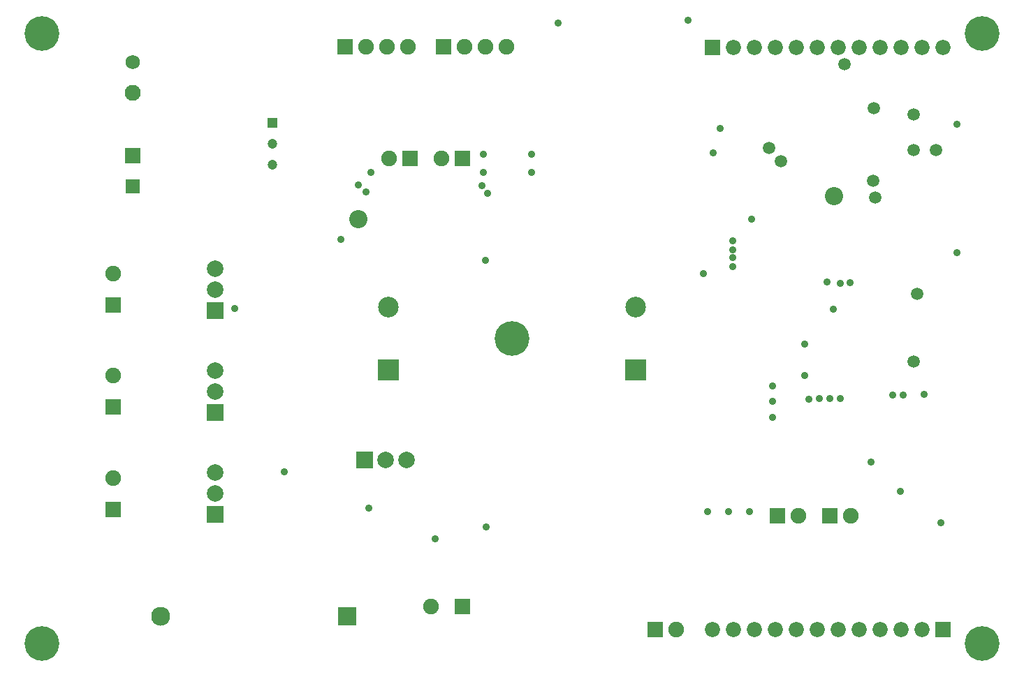
<source format=gbs>
G04*
G04 #@! TF.GenerationSoftware,Altium Limited,Altium Designer,22.7.1 (60)*
G04*
G04 Layer_Color=16711935*
%FSLAX44Y44*%
%MOMM*%
G71*
G04*
G04 #@! TF.SameCoordinates,85DCC90D-1427-409F-9E8A-CED84819FF45*
G04*
G04*
G04 #@! TF.FilePolarity,Negative*
G04*
G01*
G75*
%ADD65R,1.7500X1.7500*%
%ADD66C,1.7500*%
%ADD67C,1.8400*%
%ADD68R,1.8400X1.8400*%
%ADD69R,2.3000X2.3000*%
%ADD70C,2.3000*%
%ADD71C,1.9532*%
%ADD72R,1.9532X1.9532*%
%ADD73R,1.2000X1.2000*%
%ADD74C,1.2000*%
%ADD75R,2.5000X2.5000*%
%ADD76C,2.5000*%
%ADD77C,1.9032*%
%ADD78R,1.9032X1.9032*%
%ADD79R,1.9032X1.9032*%
%ADD80R,2.0000X2.0000*%
%ADD81C,2.0000*%
%ADD82R,2.0000X2.0000*%
%ADD83C,4.2032*%
%ADD84C,0.9032*%
%ADD85C,1.5032*%
%ADD86C,2.2032*%
D65*
X140000Y585000D02*
D03*
D66*
Y735000D02*
D03*
D67*
X1122830Y753110D02*
D03*
X1097430D02*
D03*
X1072030D02*
D03*
X1046630D02*
D03*
X1021230D02*
D03*
X995830D02*
D03*
X970430D02*
D03*
X945030D02*
D03*
X919630D02*
D03*
X894230D02*
D03*
X868830D02*
D03*
X945030Y46990D02*
D03*
X843430D02*
D03*
X868830D02*
D03*
X894230D02*
D03*
X995830D02*
D03*
X1021230D02*
D03*
X1046630D02*
D03*
X1072030D02*
D03*
X1097430D02*
D03*
X970430D02*
D03*
X919630D02*
D03*
D68*
X843430Y753110D02*
D03*
X1122830Y46990D02*
D03*
D69*
X400020Y63500D02*
D03*
D70*
X174020D02*
D03*
D71*
X140000Y698000D02*
D03*
D72*
Y622000D02*
D03*
D73*
X309830Y661670D02*
D03*
D74*
Y636270D02*
D03*
Y610870D02*
D03*
D75*
X450000Y361900D02*
D03*
X750000D02*
D03*
D76*
X450000Y438100D02*
D03*
X750000D02*
D03*
D77*
X116840Y478790D02*
D03*
Y231140D02*
D03*
X501650Y74830D02*
D03*
X798830Y46990D02*
D03*
X514350Y618490D02*
D03*
X450850D02*
D03*
X947420Y185420D02*
D03*
X1010920D02*
D03*
X542290Y754380D02*
D03*
X567690D02*
D03*
X593090D02*
D03*
X422910D02*
D03*
X448310D02*
D03*
X473710D02*
D03*
X116840Y354965D02*
D03*
D78*
Y440690D02*
D03*
Y193040D02*
D03*
Y316865D02*
D03*
D79*
X539750Y74830D02*
D03*
X773430Y46990D02*
D03*
X539750Y618490D02*
D03*
X476250D02*
D03*
X922020Y185420D02*
D03*
X985520D02*
D03*
X516890Y754380D02*
D03*
X397510D02*
D03*
D80*
X239780Y434340D02*
D03*
Y310515D02*
D03*
Y186690D02*
D03*
D81*
Y459740D02*
D03*
Y485140D02*
D03*
Y335915D02*
D03*
Y361315D02*
D03*
Y212090D02*
D03*
Y237490D02*
D03*
X447040Y252980D02*
D03*
X472440D02*
D03*
D82*
X421640D02*
D03*
D83*
X1170000Y770000D02*
D03*
X30000D02*
D03*
Y30480D02*
D03*
X600000Y400000D02*
D03*
X1170000Y30000D02*
D03*
D84*
X1139698Y660400D02*
D03*
X1139444Y503936D02*
D03*
X1120140Y176784D02*
D03*
X813054Y786384D02*
D03*
X656336Y782828D02*
D03*
X1035050Y250190D02*
D03*
X506730Y157480D02*
D03*
X1010190Y467690D02*
D03*
X852170Y655320D02*
D03*
X843660Y625220D02*
D03*
X890270Y544830D02*
D03*
X998220Y467360D02*
D03*
X982040Y468690D02*
D03*
X1074420Y331470D02*
D03*
X989330Y435610D02*
D03*
X960120Y326646D02*
D03*
X915670Y342900D02*
D03*
X955040Y355600D02*
D03*
X1061720Y331470D02*
D03*
X867321Y518249D02*
D03*
X867410Y508000D02*
D03*
X867499Y497929D02*
D03*
X831850Y478790D02*
D03*
X565150Y623570D02*
D03*
Y601980D02*
D03*
X623570Y623570D02*
D03*
X567690Y495300D02*
D03*
X392430Y520700D02*
D03*
X414020Y586740D02*
D03*
X867410Y487680D02*
D03*
X915670Y323850D02*
D03*
X985600Y326970D02*
D03*
X998300D02*
D03*
X972900D02*
D03*
X915670Y304800D02*
D03*
X1099820Y332740D02*
D03*
X623570Y601980D02*
D03*
X568960Y171450D02*
D03*
X429260Y601980D02*
D03*
X422910Y577850D02*
D03*
X264160Y436880D02*
D03*
X323850Y238760D02*
D03*
X1070390Y214740D02*
D03*
X955040Y393700D02*
D03*
X887730Y190500D02*
D03*
X862330D02*
D03*
X836930D02*
D03*
X426720Y194310D02*
D03*
X563880Y585160D02*
D03*
X570230Y576580D02*
D03*
D85*
X1087120Y628650D02*
D03*
X1113790D02*
D03*
X1040130Y571500D02*
D03*
X1037590Y591820D02*
D03*
X1038860Y679450D02*
D03*
X1090930Y454660D02*
D03*
X1003300Y732790D02*
D03*
X925830Y615020D02*
D03*
X911860Y631190D02*
D03*
X1087120Y671830D02*
D03*
Y372110D02*
D03*
D86*
X990600Y572770D02*
D03*
X414020Y544830D02*
D03*
M02*

</source>
